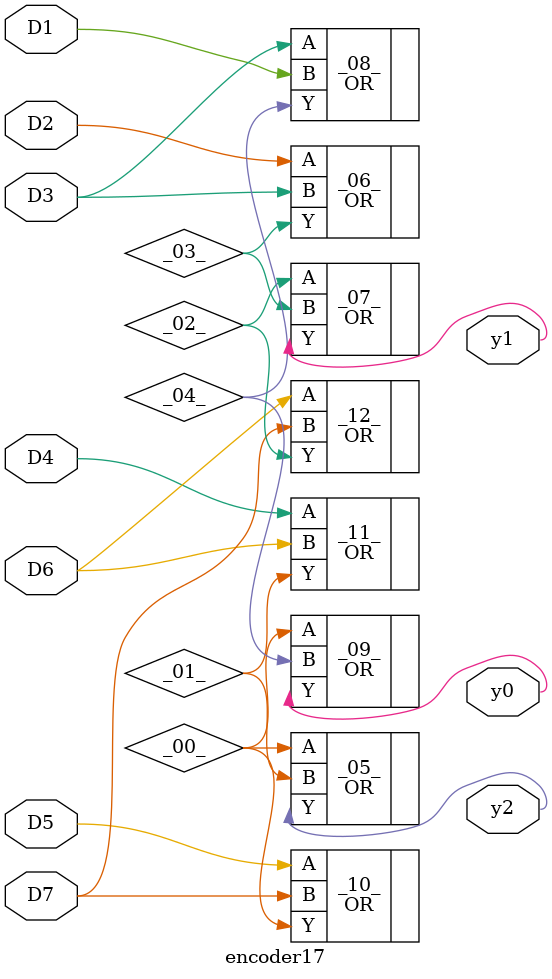
<source format=v>
/* Generated by Yosys 0.41+83 (git sha1 7045cf509, x86_64-w64-mingw32-g++ 13.2.1 -Os) */

/* cells_not_processed =  1  */
/* src = "encoder17.v:1.1-10.10" */
module encoder17(D1, D2, D3, D4, D5, D6, D7, y0, y1, y2);
  wire _00_;
  wire _01_;
  wire _02_;
  wire _03_;
  wire _04_;
  /* src = "encoder17.v:4.7-4.9" */
  input D1;
  wire D1;
  /* src = "encoder17.v:4.10-4.12" */
  input D2;
  wire D2;
  /* src = "encoder17.v:4.13-4.15" */
  input D3;
  wire D3;
  /* src = "encoder17.v:4.16-4.18" */
  input D4;
  wire D4;
  /* src = "encoder17.v:4.19-4.21" */
  input D5;
  wire D5;
  /* src = "encoder17.v:4.22-4.24" */
  input D6;
  wire D6;
  /* src = "encoder17.v:4.25-4.27" */
  input D7;
  wire D7;
  /* src = "encoder17.v:5.8-5.10" */
  output y0;
  wire y0;
  /* src = "encoder17.v:5.11-5.13" */
  output y1;
  wire y1;
  /* src = "encoder17.v:5.14-5.16" */
  output y2;
  wire y2;
  OR _05_ (
    .A(_00_),
    .B(_01_),
    .Y(y2)
  );
  OR _06_ (
    .A(D2),
    .B(D3),
    .Y(_03_)
  );
  OR _07_ (
    .A(_02_),
    .B(_03_),
    .Y(y1)
  );
  OR _08_ (
    .A(D3),
    .B(D1),
    .Y(_04_)
  );
  OR _09_ (
    .A(_00_),
    .B(_04_),
    .Y(y0)
  );
  OR _10_ (
    .A(D5),
    .B(D7),
    .Y(_00_)
  );
  OR _11_ (
    .A(D4),
    .B(D6),
    .Y(_01_)
  );
  OR _12_ (
    .A(D6),
    .B(D7),
    .Y(_02_)
  );
endmodule

</source>
